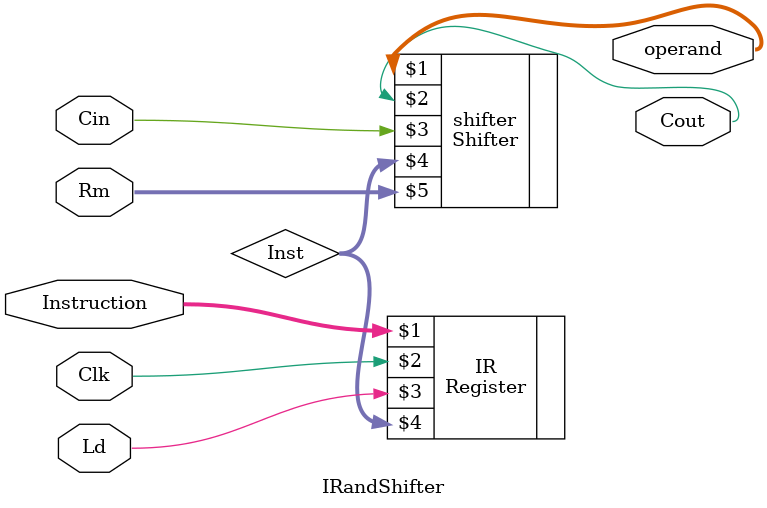
<source format=v>
`include "Registers.v"
`include "ShiftandSignExtender.v"


module IRandShifter(output [31:0] operand, output Cout, input [31:0] Instruction,input [31:0] Rm, input Clk, input Ld, input Cin);
    wire [31:0] Inst;
    Register IR (Instruction, Clk, Ld, Inst);

    Shifter shifter (operand, Cout, Cin, Inst, Rm);

endmodule
</source>
